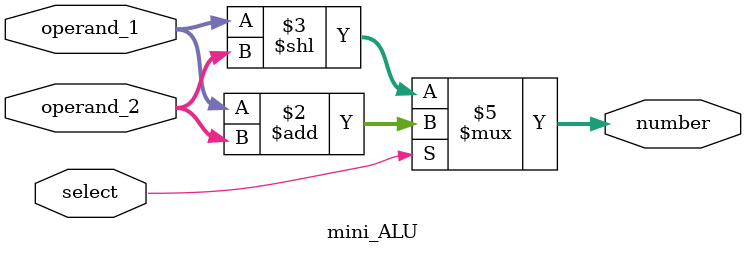
<source format=sv>
module mini_ALU (
    input [3:0] operand_1,
	 input [3:0] operand_2,
	 input select,
    output [19:0] number
    );

    always_comb begin : select_block 
        if (select) 
            number = operand_1 + operand_2;
        else
            number = operand_1 << operand_2;
    end
    
endmodule
</source>
